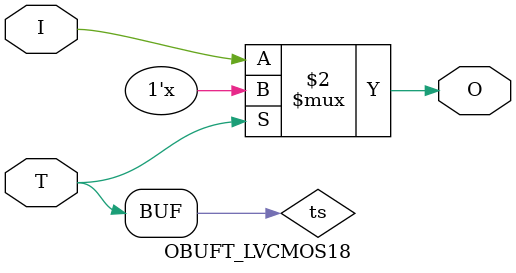
<source format=v>

/*

FUNCTION    : TRI-STATE OUTPUT BUFFER

*/

`celldefine
`timescale  100 ps / 10 ps

module OBUFT_LVCMOS18 (O, I, T);

    output O;

    input  I, T;

    or O1 (ts, 1'b0, T);
    bufif0 T1 (O, I, ts);

endmodule

</source>
